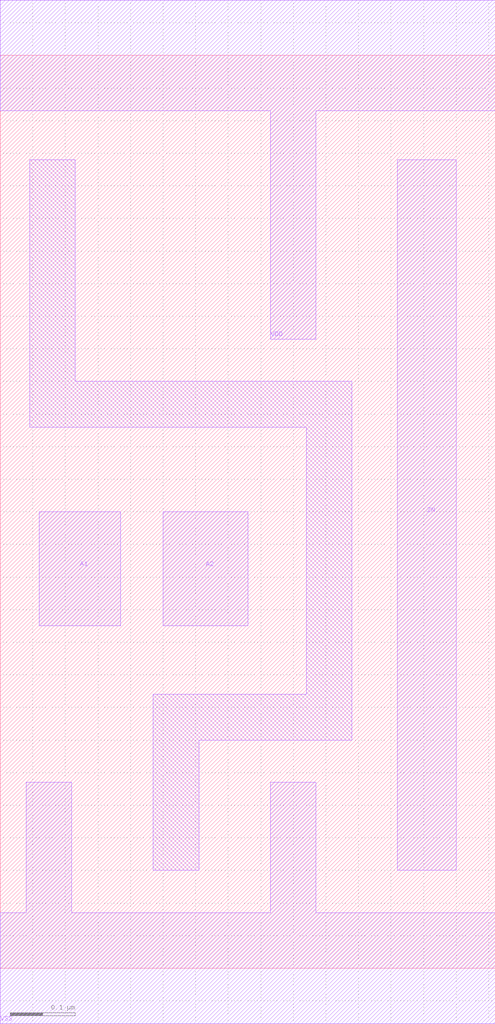
<source format=lef>
# 
# ******************************************************************************
# *                                                                            *
# *                   Copyright (C) 2004-2010, Nangate Inc.                    *
# *                           All rights reserved.                             *
# *                                                                            *
# * Nangate and the Nangate logo are trademarks of Nangate Inc.                *
# *                                                                            *
# * All trademarks, logos, software marks, and trade names (collectively the   *
# * "Marks") in this program are proprietary to Nangate or other respective    *
# * owners that have granted Nangate the right and license to use such Marks.  *
# * You are not permitted to use the Marks without the prior written consent   *
# * of Nangate or such third party that may own the Marks.                     *
# *                                                                            *
# * This file has been provided pursuant to a License Agreement containing     *
# * restrictions on its use. This file contains valuable trade secrets and     *
# * proprietary information of Nangate Inc., and is protected by U.S. and      *
# * international laws and/or treaties.                                        *
# *                                                                            *
# * The copyright notice(s) in this file does not indicate actual or intended  *
# * publication of this file.                                                  *
# *                                                                            *
# *     NGLibraryCreator, v2010.08-HR32-SP3-2010-08-05 - build 1009061800      *
# *                                                                            *
# ******************************************************************************
# 
# 
# Running on brazil06.nangate.com.br for user Giancarlo Franciscatto (gfr).
# Local time is now Fri, 3 Dec 2010, 19:32:18.
# Main process id is 27821.

VERSION 5.6 ;
BUSBITCHARS "[]" ;
DIVIDERCHAR "/" ;

MACRO OR2_X1
  CLASS core ;
  FOREIGN OR2_X1 0.0 0.0 ;
  ORIGIN 0 0 ;
  SYMMETRY X Y ;
  SITE FreePDK45_38x28_10R_NP_162NW_34O ;
  SIZE 0.76 BY 1.4 ;
  PIN A1
    DIRECTION INPUT ;
    ANTENNAPARTIALMETALAREA 0.021875 LAYER metal1 ;
    ANTENNAPARTIALMETALSIDEAREA 0.078 LAYER metal1 ;
    ANTENNAGATEAREA 0.02625 ;
    PORT
      LAYER metal1 ;
        POLYGON 0.06 0.525 0.185 0.525 0.185 0.7 0.06 0.7  ;
    END
  END A1
  PIN A2
    DIRECTION INPUT ;
    ANTENNAPARTIALMETALAREA 0.02275 LAYER metal1 ;
    ANTENNAPARTIALMETALSIDEAREA 0.0793 LAYER metal1 ;
    ANTENNAGATEAREA 0.02625 ;
    PORT
      LAYER metal1 ;
        POLYGON 0.25 0.525 0.38 0.525 0.38 0.7 0.25 0.7  ;
    END
  END A2
  PIN ZN
    DIRECTION OUTPUT ;
    ANTENNAPARTIALMETALAREA 0.0981 LAYER metal1 ;
    ANTENNAPARTIALMETALSIDEAREA 0.3068 LAYER metal1 ;
    ANTENNADIFFAREA 0.109725 ;
    PORT
      LAYER metal1 ;
        POLYGON 0.61 0.15 0.7 0.15 0.7 1.24 0.61 1.24  ;
    END
  END ZN
  PIN VDD
    DIRECTION INOUT ;
    USE power ;
    SHAPE ABUTMENT ;
    PORT
      LAYER metal1 ;
        POLYGON 0 1.315 0.415 1.315 0.415 0.965 0.485 0.965 0.485 1.315 0.54 1.315 0.76 1.315 0.76 1.485 0.54 1.485 0 1.485  ;
    END
  END VDD
  PIN VSS
    DIRECTION INOUT ;
    USE ground ;
    SHAPE ABUTMENT ;
    PORT
      LAYER metal1 ;
        POLYGON 0 -0.085 0.76 -0.085 0.76 0.085 0.485 0.085 0.485 0.285 0.415 0.285 0.415 0.085 0.11 0.085 0.11 0.285 0.04 0.285 0.04 0.085 0 0.085  ;
    END
  END VSS
  OBS
      LAYER metal1 ;
        POLYGON 0.045 0.83 0.47 0.83 0.47 0.42 0.235 0.42 0.235 0.15 0.305 0.15 0.305 0.35 0.54 0.35 0.54 0.9 0.115 0.9 0.115 1.24 0.045 1.24  ;
  END
END OR2_X1

END LIBRARY
#
# End of file
#

</source>
